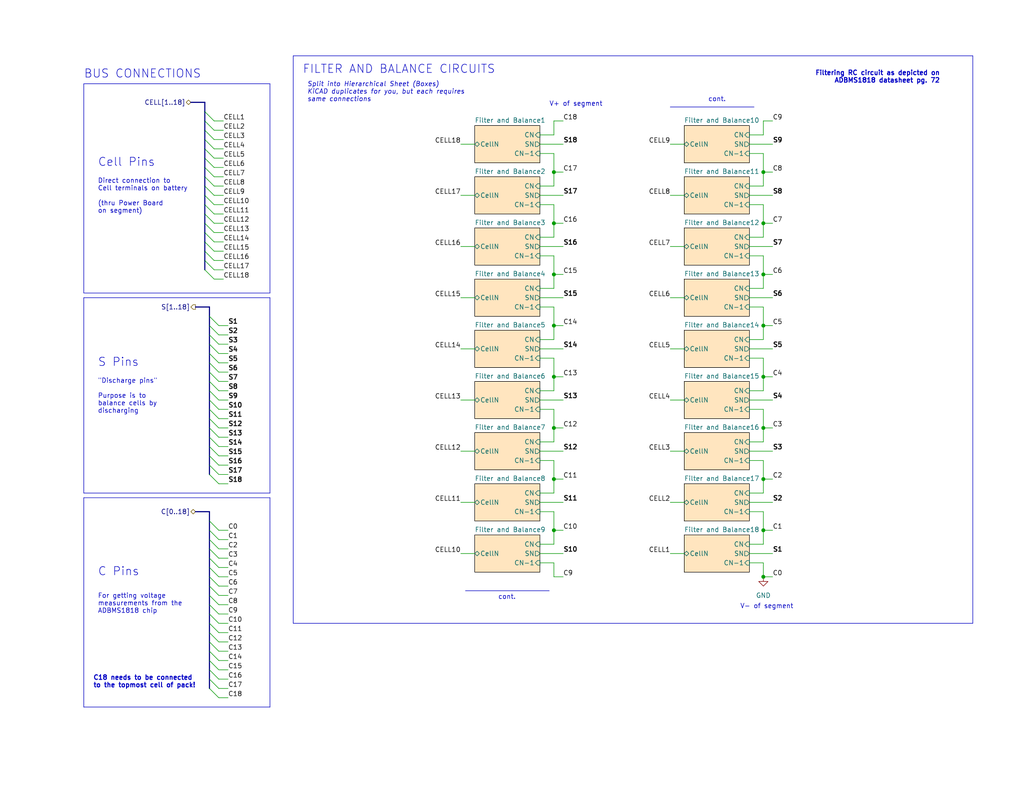
<source format=kicad_sch>
(kicad_sch (version 20250114) (generator "eeschema") (generator_version "9.0")
  (paper "A")
  (title_block (title "MkVI BMS Cell Supervisory Circuit") (date "2022-12-04") (rev "0") (company "Olin Electric Motorsports"))
  (lib_symbols
    (symbol "power:GND" (power) (pin_names (offset 0))
      (property "Value" "GND" (at 0 -3.81 0))
      (symbol "GND_0_1"
        (polyline (pts (xy 0 0) (xy 0 -1.27) (xy 1.27 -1.27) (xy 0 -2.54) (xy -1.27 -1.27) (xy 0 -1.27)))
      )
      (symbol "GND_1_1"
        (pin power_in line (at 0 0 270) (length 0) (hide yes) (name "GND") (number "1"))
      )
    )
  )
  (text "BUS CONNECTIONS" (at 22.86 21.59 0) (effects (font (size 2.2606 2.2606)) (justify left bottom)))
  (text "C18 needs to be connected\nto the topmost cell of pack!" (at 25.4 187.96 0) (effects (font (size 1.27 1.27) (thickness 0.254) (bold yes)) (justify left bottom)))
  (text "For getting voltage\nmeasurements from the\nADBMS1818 chip" (at 26.67 167.64 0) (effects (font (size 1.27 1.27)) (justify left bottom)))
  (text "cont." (at 135.89 163.83 0) (effects (font (size 1.27 1.27)) (justify left bottom)))
  (text "Cell Pins" (at 26.67 45.72 0) (effects (font (size 2.2606 2.2606)) (justify left bottom)))
  (text "Direct connection to\nCell terminals on battery\n\n(thru Power Board\non segment)" (at 26.67 58.42 0) (effects (font (size 1.27 1.27)) (justify left bottom)))
  (text "cont." (at 198.12 27.94 0) (effects (font (size 1.27 1.27)) (justify right bottom)))
  (text "C Pins" (at 26.67 157.48 0) (effects (font (size 2.2606 2.2606)) (justify left bottom)))
  (text "V+ of segment" (at 149.86 29.21 0) (effects (font (size 1.27 1.27)) (justify left bottom)))
  (text "Filtering RC circuit as depicted on\nADBMS1818 datasheet pg. 72" (at 256.54 22.86 0) (effects (font (size 1.27 1.27) (thickness 0.254) (bold yes)) (justify right bottom)))
  (text "V- of segment" (at 201.93 166.37 0) (effects (font (size 1.27 1.27)) (justify left bottom)))
  (text "FILTER AND BALANCE CIRCUITS" (at 82.55 20.32 0) (effects (font (size 2.2606 2.2606)) (justify left bottom)))
  (text "S Pins" (at 26.67 100.33 0) (effects (font (size 2.2606 2.2606)) (justify left bottom)))
  (text "\"Discharge pins\"\n\nPurpose is to\nbalance cells by\ndischarging" (at 26.67 113.03 0) (effects (font (size 1.27 1.27)) (justify left bottom)))
  (text "Split into Hierarchical Sheet (Boxes)\nKiCAD duplicates for you, but each requires\nsame connections" (at 83.82 27.94 0) (effects (font (size 1.27 1.27) (italic yes)) (justify left bottom)))
  (junction (at 208.28 157.48))
  (junction (at 151.13 116.84))
  (junction (at 208.28 88.9))
  (junction (at 208.28 74.93))
  (junction (at 208.28 46.99))
  (junction (at 151.13 88.9))
  (junction (at 151.13 102.87))
  (junction (at 208.28 116.84))
  (junction (at 151.13 130.81))
  (junction (at 151.13 46.99))
  (junction (at 208.28 102.87))
  (junction (at 151.13 144.78))
  (junction (at 208.28 60.96))
  (junction (at 151.13 74.93))
  (junction (at 151.13 60.96))
  (junction (at 208.28 130.81))
  (junction (at 208.28 144.78))
  (bus_entry (at 55.88 50.8) (size 2.54 2.54))
  (bus_entry (at 57.15 185.42) (size 2.54 2.54))
  (bus_entry (at 57.15 172.72) (size 2.54 2.54))
  (bus_entry (at 57.15 147.32) (size 2.54 2.54))
  (bus_entry (at 57.15 96.52) (size 2.54 2.54))
  (bus_entry (at 57.15 170.18) (size 2.54 2.54))
  (bus_entry (at 55.88 68.58) (size 2.54 2.54))
  (bus_entry (at 57.15 149.86) (size 2.54 2.54))
  (bus_entry (at 57.15 93.98) (size 2.54 2.54))
  (bus_entry (at 55.88 55.88) (size 2.54 2.54))
  (bus_entry (at 57.15 182.88) (size 2.54 2.54))
  (bus_entry (at 55.88 58.42) (size 2.54 2.54))
  (bus_entry (at 57.15 144.78) (size 2.54 2.54))
  (bus_entry (at 57.15 124.46) (size 2.54 2.54))
  (bus_entry (at 57.15 116.84) (size 2.54 2.54))
  (bus_entry (at 55.88 40.64) (size 2.54 2.54))
  (bus_entry (at 57.15 154.94) (size 2.54 2.54))
  (bus_entry (at 55.88 45.72) (size 2.54 2.54))
  (bus_entry (at 57.15 106.68) (size 2.54 2.54))
  (bus_entry (at 55.88 73.66) (size 2.54 2.54))
  (bus_entry (at 57.15 180.34) (size 2.54 2.54))
  (bus_entry (at 57.15 99.06) (size 2.54 2.54))
  (bus_entry (at 55.88 35.56) (size 2.54 2.54))
  (bus_entry (at 57.15 187.96) (size 2.54 2.54))
  (bus_entry (at 57.15 88.9) (size 2.54 2.54))
  (bus_entry (at 57.15 121.92) (size 2.54 2.54))
  (bus_entry (at 55.88 48.26) (size 2.54 2.54))
  (bus_entry (at 55.88 43.18) (size 2.54 2.54))
  (bus_entry (at 57.15 152.4) (size 2.54 2.54))
  (bus_entry (at 57.15 109.22) (size 2.54 2.54))
  (bus_entry (at 57.15 175.26) (size 2.54 2.54))
  (bus_entry (at 55.88 33.02) (size 2.54 2.54))
  (bus_entry (at 57.15 167.64) (size 2.54 2.54))
  (bus_entry (at 55.88 30.48) (size 2.54 2.54))
  (bus_entry (at 57.15 162.56) (size 2.54 2.54))
  (bus_entry (at 57.15 86.36) (size 2.54 2.54))
  (bus_entry (at 57.15 165.1) (size 2.54 2.54))
  (bus_entry (at 57.15 119.38) (size 2.54 2.54))
  (bus_entry (at 57.15 129.54) (size 2.54 2.54))
  (bus_entry (at 57.15 111.76) (size 2.54 2.54))
  (bus_entry (at 57.15 127) (size 2.54 2.54))
  (bus_entry (at 57.15 101.6) (size 2.54 2.54))
  (bus_entry (at 57.15 177.8) (size 2.54 2.54))
  (bus_entry (at 55.88 38.1) (size 2.54 2.54))
  (bus_entry (at 57.15 157.48) (size 2.54 2.54))
  (bus_entry (at 57.15 114.3) (size 2.54 2.54))
  (bus_entry (at 55.88 60.96) (size 2.54 2.54))
  (bus_entry (at 55.88 53.34) (size 2.54 2.54))
  (bus_entry (at 55.88 71.12) (size 2.54 2.54))
  (bus_entry (at 57.15 104.14) (size 2.54 2.54))
  (bus_entry (at 57.15 160.02) (size 2.54 2.54))
  (bus_entry (at 55.88 66.04) (size 2.54 2.54))
  (bus_entry (at 55.88 63.5) (size 2.54 2.54))
  (bus_entry (at 57.15 91.44) (size 2.54 2.54))
  (bus_entry (at 57.15 142.24) (size 2.54 2.54))
  (wire (pts (xy 186.69 137.16) (xy 182.88 137.16)))
  (bus (pts (xy 57.15 109.22) (xy 57.15 111.76)))
  (bus (pts (xy 57.15 104.14) (xy 57.15 106.68)))
  (wire (pts (xy 147.32 69.85) (xy 151.13 69.85)))
  (wire (pts (xy 59.69 116.84) (xy 62.23 116.84)))
  (wire (pts (xy 58.42 45.72) (xy 60.96 45.72)))
  (bus (pts (xy 57.15 99.06) (xy 57.15 101.6)))
  (wire (pts (xy 59.69 182.88) (xy 62.23 182.88)))
  (wire (pts (xy 204.47 151.13) (xy 210.82 151.13)))
  (bus (pts (xy 55.88 50.8) (xy 55.88 53.34)))
  (bus (pts (xy 57.15 175.26) (xy 57.15 177.8)))
  (wire (pts (xy 59.69 132.08) (xy 62.23 132.08)))
  (bus (pts (xy 57.15 149.86) (xy 57.15 152.4)))
  (wire (pts (xy 151.13 41.91) (xy 147.32 41.91)))
  (wire (pts (xy 59.69 104.14) (xy 62.23 104.14)))
  (bus (pts (xy 57.15 96.52) (xy 57.15 99.06)))
  (polyline (pts (xy 22.86 135.89) (xy 73.66 135.89)))
  (wire (pts (xy 151.13 106.68) (xy 147.32 106.68)))
  (wire (pts (xy 186.69 39.37) (xy 182.88 39.37)))
  (wire (pts (xy 151.13 111.76) (xy 151.13 116.84)))
  (wire (pts (xy 151.13 130.81) (xy 153.67 130.81)))
  (wire (pts (xy 204.47 53.34) (xy 210.82 53.34)))
  (bus (pts (xy 57.15 154.94) (xy 57.15 157.48)))
  (polyline (pts (xy 127 161.29) (xy 149.86 161.29)))
  (wire (pts (xy 129.54 109.22) (xy 125.73 109.22)))
  (wire (pts (xy 208.28 55.88) (xy 208.28 60.96)))
  (wire (pts (xy 129.54 39.37) (xy 125.73 39.37)))
  (wire (pts (xy 208.28 116.84) (xy 210.82 116.84)))
  (wire (pts (xy 151.13 60.96) (xy 151.13 55.88)))
  (bus (pts (xy 57.15 91.44) (xy 57.15 93.98)))
  (bus (pts (xy 55.88 40.64) (xy 55.88 43.18)))
  (wire (pts (xy 151.13 125.73) (xy 151.13 130.81)))
  (bus (pts (xy 55.88 35.56) (xy 55.88 38.1)))
  (bus (pts (xy 55.88 68.58) (xy 55.88 71.12)))
  (wire (pts (xy 58.42 33.02) (xy 60.96 33.02)))
  (bus (pts (xy 57.15 160.02) (xy 57.15 162.56)))
  (bus (pts (xy 57.15 119.38) (xy 57.15 121.92)))
  (bus (pts (xy 53.34 83.82) (xy 57.15 83.82)))
  (wire (pts (xy 208.28 102.87) (xy 208.28 106.68)))
  (wire (pts (xy 186.69 53.34) (xy 182.88 53.34)))
  (wire (pts (xy 204.47 69.85) (xy 208.28 69.85)))
  (bus (pts (xy 57.15 88.9) (xy 57.15 91.44)))
  (bus (pts (xy 57.15 144.78) (xy 57.15 147.32)))
  (polyline (pts (xy 80.01 170.18) (xy 265.43 170.18)))
  (wire (pts (xy 151.13 148.59) (xy 147.32 148.59)))
  (wire (pts (xy 58.42 60.96) (xy 60.96 60.96)))
  (wire (pts (xy 59.69 99.06) (xy 62.23 99.06)))
  (wire (pts (xy 204.47 81.28) (xy 210.82 81.28)))
  (wire (pts (xy 147.32 81.28) (xy 153.67 81.28)))
  (wire (pts (xy 151.13 120.65) (xy 147.32 120.65)))
  (wire (pts (xy 208.28 139.7) (xy 208.28 144.78)))
  (bus (pts (xy 57.15 139.7) (xy 57.15 142.24)))
  (wire (pts (xy 147.32 111.76) (xy 151.13 111.76)))
  (wire (pts (xy 208.28 69.85) (xy 208.28 74.93)))
  (wire (pts (xy 151.13 92.71) (xy 151.13 88.9)))
  (wire (pts (xy 204.47 83.82) (xy 208.28 83.82)))
  (bus (pts (xy 55.88 63.5) (xy 55.88 66.04)))
  (wire (pts (xy 147.32 64.77) (xy 151.13 64.77)))
  (bus (pts (xy 55.88 71.12) (xy 55.88 73.66)))
  (wire (pts (xy 186.69 109.22) (xy 182.88 109.22)))
  (wire (pts (xy 151.13 74.93) (xy 151.13 78.74)))
  (wire (pts (xy 151.13 46.99) (xy 151.13 50.8)))
  (polyline (pts (xy 22.86 81.28) (xy 73.66 81.28)))
  (bus (pts (xy 57.15 162.56) (xy 57.15 165.1)))
  (wire (pts (xy 59.69 175.26) (xy 62.23 175.26)))
  (wire (pts (xy 208.28 92.71) (xy 204.47 92.71)))
  (wire (pts (xy 59.69 96.52) (xy 62.23 96.52)))
  (bus (pts (xy 57.15 86.36) (xy 57.15 88.9)))
  (wire (pts (xy 59.69 154.94) (xy 62.23 154.94)))
  (bus (pts (xy 55.88 45.72) (xy 55.88 48.26)))
  (wire (pts (xy 204.47 120.65) (xy 208.28 120.65)))
  (wire (pts (xy 59.69 160.02) (xy 62.23 160.02)))
  (polyline (pts (xy 22.86 22.86) (xy 73.66 22.86)))
  (bus (pts (xy 57.15 93.98) (xy 57.15 96.52)))
  (wire (pts (xy 147.32 137.16) (xy 153.67 137.16)))
  (wire (pts (xy 58.42 35.56) (xy 60.96 35.56)))
  (wire (pts (xy 208.28 33.02) (xy 210.82 33.02)))
  (wire (pts (xy 204.47 67.31) (xy 210.82 67.31)))
  (wire (pts (xy 151.13 46.99) (xy 153.67 46.99)))
  (bus (pts (xy 57.15 152.4) (xy 57.15 154.94)))
  (wire (pts (xy 59.69 177.8) (xy 62.23 177.8)))
  (wire (pts (xy 58.42 50.8) (xy 60.96 50.8)))
  (wire (pts (xy 59.69 109.22) (xy 62.23 109.22)))
  (bus (pts (xy 55.88 27.94) (xy 55.88 30.48)))
  (wire (pts (xy 208.28 78.74) (xy 204.47 78.74)))
  (wire (pts (xy 129.54 81.28) (xy 125.73 81.28)))
  (wire (pts (xy 204.47 123.19) (xy 210.82 123.19)))
  (polyline (pts (xy 22.86 81.28) (xy 22.86 134.62)))
  (wire (pts (xy 204.47 125.73) (xy 208.28 125.73)))
  (wire (pts (xy 59.69 165.1) (xy 62.23 165.1)))
  (wire (pts (xy 208.28 144.78) (xy 210.82 144.78)))
  (wire (pts (xy 59.69 162.56) (xy 62.23 162.56)))
  (wire (pts (xy 59.69 106.68) (xy 62.23 106.68)))
  (wire (pts (xy 186.69 123.19) (xy 182.88 123.19)))
  (wire (pts (xy 59.69 147.32) (xy 62.23 147.32)))
  (wire (pts (xy 58.42 48.26) (xy 60.96 48.26)))
  (wire (pts (xy 147.32 39.37) (xy 153.67 39.37)))
  (wire (pts (xy 151.13 69.85) (xy 151.13 74.93)))
  (wire (pts (xy 208.28 64.77) (xy 204.47 64.77)))
  (wire (pts (xy 59.69 152.4) (xy 62.23 152.4)))
  (wire (pts (xy 59.69 167.64) (xy 62.23 167.64)))
  (wire (pts (xy 147.32 67.31) (xy 153.67 67.31)))
  (polyline (pts (xy 22.86 22.86) (xy 22.86 80.01)))
  (wire (pts (xy 208.28 111.76) (xy 204.47 111.76)))
  (wire (pts (xy 186.69 67.31) (xy 182.88 67.31)))
  (wire (pts (xy 208.28 125.73) (xy 208.28 130.81)))
  (wire (pts (xy 147.32 50.8) (xy 151.13 50.8)))
  (wire (pts (xy 208.28 153.67) (xy 208.28 157.48)))
  (wire (pts (xy 204.47 55.88) (xy 208.28 55.88)))
  (bus (pts (xy 57.15 101.6) (xy 57.15 104.14)))
  (bus (pts (xy 57.15 116.84) (xy 57.15 119.38)))
  (wire (pts (xy 147.32 109.22) (xy 153.67 109.22)))
  (wire (pts (xy 58.42 73.66) (xy 60.96 73.66)))
  (bus (pts (xy 55.88 66.04) (xy 55.88 68.58)))
  (wire (pts (xy 129.54 137.16) (xy 125.73 137.16)))
  (wire (pts (xy 153.67 33.02) (xy 151.13 33.02)))
  (wire (pts (xy 208.28 97.79) (xy 208.28 102.87)))
  (bus (pts (xy 57.15 121.92) (xy 57.15 124.46)))
  (wire (pts (xy 58.42 63.5) (xy 60.96 63.5)))
  (bus (pts (xy 57.15 172.72) (xy 57.15 175.26)))
  (wire (pts (xy 208.28 144.78) (xy 208.28 148.59)))
  (wire (pts (xy 208.28 74.93) (xy 210.82 74.93)))
  (wire (pts (xy 59.69 170.18) (xy 62.23 170.18)))
  (bus (pts (xy 57.15 127) (xy 57.15 129.54)))
  (bus (pts (xy 57.15 165.1) (xy 57.15 167.64)))
  (wire (pts (xy 58.42 71.12) (xy 60.96 71.12)))
  (wire (pts (xy 151.13 83.82) (xy 147.32 83.82)))
  (wire (pts (xy 208.28 120.65) (xy 208.28 116.84)))
  (wire (pts (xy 59.69 190.5) (xy 62.23 190.5)))
  (polyline (pts (xy 73.66 193.04) (xy 22.86 193.04)))
  (bus (pts (xy 57.15 170.18) (xy 57.15 172.72)))
  (bus (pts (xy 57.15 180.34) (xy 57.15 182.88)))
  (wire (pts (xy 151.13 64.77) (xy 151.13 60.96)))
  (polyline (pts (xy 73.66 80.01) (xy 22.86 80.01)))
  (wire (pts (xy 208.28 33.02) (xy 208.28 36.83)))
  (wire (pts (xy 204.47 139.7) (xy 208.28 139.7)))
  (wire (pts (xy 147.32 95.25) (xy 153.67 95.25)))
  (wire (pts (xy 129.54 123.19) (xy 125.73 123.19)))
  (wire (pts (xy 58.42 68.58) (xy 60.96 68.58)))
  (wire (pts (xy 208.28 130.81) (xy 208.28 134.62)))
  (wire (pts (xy 204.47 97.79) (xy 208.28 97.79)))
  (bus (pts (xy 55.88 38.1) (xy 55.88 40.64)))
  (wire (pts (xy 59.69 121.92) (xy 62.23 121.92)))
  (wire (pts (xy 151.13 46.99) (xy 151.13 41.91)))
  (bus (pts (xy 52.07 27.94) (xy 55.88 27.94)))
  (wire (pts (xy 147.32 92.71) (xy 151.13 92.71)))
  (wire (pts (xy 59.69 149.86) (xy 62.23 149.86)))
  (wire (pts (xy 151.13 116.84) (xy 153.67 116.84)))
  (bus (pts (xy 55.88 60.96) (xy 55.88 63.5)))
  (wire (pts (xy 58.42 38.1) (xy 60.96 38.1)))
  (wire (pts (xy 208.28 60.96) (xy 208.28 64.77)))
  (wire (pts (xy 59.69 127) (xy 62.23 127)))
  (wire (pts (xy 58.42 76.2) (xy 60.96 76.2)))
  (wire (pts (xy 204.47 41.91) (xy 208.28 41.91)))
  (bus (pts (xy 55.88 43.18) (xy 55.88 45.72)))
  (wire (pts (xy 208.28 60.96) (xy 210.82 60.96)))
  (wire (pts (xy 58.42 53.34) (xy 60.96 53.34)))
  (wire (pts (xy 151.13 78.74) (xy 147.32 78.74)))
  (bus (pts (xy 55.88 55.88) (xy 55.88 58.42)))
  (bus (pts (xy 53.34 139.7) (xy 57.15 139.7)))
  (wire (pts (xy 208.28 50.8) (xy 204.47 50.8)))
  (wire (pts (xy 204.47 153.67) (xy 208.28 153.67)))
  (wire (pts (xy 58.42 58.42) (xy 60.96 58.42)))
  (wire (pts (xy 208.28 134.62) (xy 204.47 134.62)))
  (wire (pts (xy 208.28 83.82) (xy 208.28 88.9)))
  (wire (pts (xy 58.42 66.04) (xy 60.96 66.04)))
  (bus (pts (xy 55.88 48.26) (xy 55.88 50.8)))
  (wire (pts (xy 151.13 74.93) (xy 153.67 74.93)))
  (wire (pts (xy 129.54 151.13) (xy 125.73 151.13)))
  (wire (pts (xy 59.69 187.96) (xy 62.23 187.96)))
  (polyline (pts (xy 73.66 22.86) (xy 73.66 80.01)))
  (wire (pts (xy 186.69 151.13) (xy 182.88 151.13)))
  (wire (pts (xy 208.28 41.91) (xy 208.28 46.99)))
  (wire (pts (xy 59.69 88.9) (xy 62.23 88.9)))
  (wire (pts (xy 147.32 139.7) (xy 151.13 139.7)))
  (wire (pts (xy 151.13 36.83) (xy 147.32 36.83)))
  (wire (pts (xy 208.28 74.93) (xy 208.28 78.74)))
  (bus (pts (xy 55.88 30.48) (xy 55.88 33.02)))
  (wire (pts (xy 147.32 53.34) (xy 153.67 53.34)))
  (bus (pts (xy 55.88 53.34) (xy 55.88 55.88)))
  (wire (pts (xy 59.69 157.48) (xy 62.23 157.48)))
  (wire (pts (xy 208.28 46.99) (xy 210.82 46.99)))
  (polyline (pts (xy 265.43 170.18) (xy 265.43 15.24)))
  (wire (pts (xy 204.47 95.25) (xy 210.82 95.25)))
  (polyline (pts (xy 73.66 81.28) (xy 73.66 134.62)))
  (wire (pts (xy 59.69 119.38) (xy 62.23 119.38)))
  (wire (pts (xy 129.54 95.25) (xy 125.73 95.25)))
  (polyline (pts (xy 80.01 15.24) (xy 80.01 170.18)))
  (wire (pts (xy 58.42 43.18) (xy 60.96 43.18)))
  (wire (pts (xy 151.13 55.88) (xy 147.32 55.88)))
  (wire (pts (xy 59.69 93.98) (xy 62.23 93.98)))
  (wire (pts (xy 59.69 185.42) (xy 62.23 185.42)))
  (bus (pts (xy 55.88 58.42) (xy 55.88 60.96)))
  (bus (pts (xy 57.15 114.3) (xy 57.15 116.84)))
  (wire (pts (xy 58.42 40.64) (xy 60.96 40.64)))
  (wire (pts (xy 151.13 97.79) (xy 151.13 102.87)))
  (wire (pts (xy 147.32 151.13) (xy 153.67 151.13)))
  (bus (pts (xy 57.15 167.64) (xy 57.15 170.18)))
  (bus (pts (xy 57.15 106.68) (xy 57.15 109.22)))
  (wire (pts (xy 151.13 139.7) (xy 151.13 144.78)))
  (bus (pts (xy 57.15 124.46) (xy 57.15 127)))
  (wire (pts (xy 59.69 124.46) (xy 62.23 124.46)))
  (wire (pts (xy 208.28 116.84) (xy 208.28 111.76)))
  (wire (pts (xy 147.32 153.67) (xy 151.13 153.67)))
  (bus (pts (xy 55.88 33.02) (xy 55.88 35.56)))
  (wire (pts (xy 151.13 116.84) (xy 151.13 120.65)))
  (polyline (pts (xy 205.74 29.21) (xy 182.88 29.21)))
  (polyline (pts (xy 73.66 134.62) (xy 22.86 134.62)))
  (bus (pts (xy 57.15 177.8) (xy 57.15 180.34)))
  (wire (pts (xy 59.69 172.72) (xy 62.23 172.72)))
  (bus (pts (xy 57.15 157.48) (xy 57.15 160.02)))
  (wire (pts (xy 59.69 144.78) (xy 62.23 144.78)))
  (wire (pts (xy 59.69 111.76) (xy 62.23 111.76)))
  (wire (pts (xy 208.28 130.81) (xy 210.82 130.81)))
  (bus (pts (xy 57.15 185.42) (xy 57.15 187.96)))
  (wire (pts (xy 204.47 36.83) (xy 208.28 36.83)))
  (wire (pts (xy 147.32 125.73) (xy 151.13 125.73)))
  (wire (pts (xy 59.69 101.6) (xy 62.23 101.6)))
  (wire (pts (xy 59.69 114.3) (xy 62.23 114.3)))
  (bus (pts (xy 57.15 83.82) (xy 57.15 86.36)))
  (wire (pts (xy 59.69 91.44) (xy 62.23 91.44)))
  (wire (pts (xy 208.28 157.48) (xy 210.82 157.48)))
  (wire (pts (xy 147.32 97.79) (xy 151.13 97.79)))
  (wire (pts (xy 208.28 148.59) (xy 204.47 148.59)))
  (wire (pts (xy 208.28 106.68) (xy 204.47 106.68)))
  (wire (pts (xy 129.54 67.31) (xy 125.73 67.31)))
  (wire (pts (xy 151.13 130.81) (xy 151.13 134.62)))
  (wire (pts (xy 186.69 95.25) (xy 182.88 95.25)))
  (wire (pts (xy 208.28 88.9) (xy 210.82 88.9)))
  (wire (pts (xy 59.69 129.54) (xy 62.23 129.54)))
  (wire (pts (xy 151.13 102.87) (xy 153.67 102.87)))
  (wire (pts (xy 151.13 88.9) (xy 153.67 88.9)))
  (bus (pts (xy 57.15 147.32) (xy 57.15 149.86)))
  (wire (pts (xy 59.69 180.34) (xy 62.23 180.34)))
  (wire (pts (xy 204.47 109.22) (xy 210.82 109.22)))
  (wire (pts (xy 208.28 46.99) (xy 208.28 50.8)))
  (wire (pts (xy 151.13 33.02) (xy 151.13 36.83)))
  (wire (pts (xy 151.13 102.87) (xy 151.13 106.68)))
  (wire (pts (xy 151.13 60.96) (xy 153.67 60.96)))
  (wire (pts (xy 151.13 144.78) (xy 151.13 148.59)))
  (wire (pts (xy 204.47 137.16) (xy 210.82 137.16)))
  (bus (pts (xy 57.15 182.88) (xy 57.15 185.42)))
  (wire (pts (xy 208.28 88.9) (xy 208.28 92.71)))
  (wire (pts (xy 129.54 53.34) (xy 125.73 53.34)))
  (polyline (pts (xy 22.86 135.89) (xy 22.86 193.04)))
  (wire (pts (xy 147.32 123.19) (xy 153.67 123.19)))
  (bus (pts (xy 57.15 111.76) (xy 57.15 114.3)))
  (polyline (pts (xy 265.43 15.24) (xy 80.01 15.24)))
  (bus (pts (xy 57.15 142.24) (xy 57.15 144.78)))
  (wire (pts (xy 151.13 153.67) (xy 151.13 157.48)))
  (wire (pts (xy 208.28 102.87) (xy 210.82 102.87)))
  (wire (pts (xy 151.13 144.78) (xy 153.67 144.78)))
  (wire (pts (xy 151.13 134.62) (xy 147.32 134.62)))
  (wire (pts (xy 151.13 88.9) (xy 151.13 83.82)))
  (wire (pts (xy 58.42 55.88) (xy 60.96 55.88)))
  (wire (pts (xy 151.13 157.48) (xy 153.67 157.48)))
  (wire (pts (xy 186.69 81.28) (xy 182.88 81.28)))
  (polyline (pts (xy 73.66 135.89) (xy 73.66 193.04)))
  (wire (pts (xy 204.47 39.37) (xy 210.82 39.37)))
  (label "C9" (at 62.23 167.64 0))
  (label "S12" (at 153.67 123.19 0) (effects (font (thickness 0.254) (bold yes))))
  (label "CELL16" (at 125.73 67.31 180))
  (label "CELL8" (at 60.96 50.8 0))
  (label "S5" (at 62.23 99.06 0) (effects (font (thickness 0.254) (bold yes))))
  (label "C3" (at 210.82 116.84 0))
  (label "CELL16" (at 60.96 71.12 0))
  (label "S11" (at 153.67 137.16 0) (effects (font (thickness 0.254) (bold yes))))
  (label "C18" (at 153.67 33.02 0))
  (label "C16" (at 153.67 60.96 0))
  (label "S13" (at 62.23 119.38 0) (effects (font (thickness 0.254) (bold yes))))
  (label "CELL6" (at 182.88 81.28 180))
  (label "S18" (at 62.23 132.08 0) (effects (font (thickness 0.254) (bold yes))))
  (label "S8" (at 210.82 53.34 0) (effects (font (thickness 0.254) (bold yes))))
  (label "CELL3" (at 182.88 123.19 180))
  (label "CELL10" (at 60.96 55.88 0))
  (label "CELL10" (at 125.73 151.13 180))
  (label "S10" (at 153.67 151.13 0) (effects (font (thickness 0.254) (bold yes))))
  (label "S9" (at 62.23 109.22 0) (effects (font (thickness 0.254) (bold yes))))
  (label "CELL5" (at 60.96 43.18 0))
  (label "C7" (at 210.82 60.96 0))
  (label "CELL12" (at 60.96 60.96 0))
  (label "CELL13" (at 60.96 63.5 0))
  (label "C10" (at 153.67 144.78 0))
  (label "C6" (at 210.82 74.93 0))
  (label "C2" (at 210.82 130.81 0))
  (label "C11" (at 62.23 172.72 0))
  (label "S1" (at 210.82 151.13 0) (effects (font (thickness 0.254) (bold yes))))
  (label "C15" (at 62.23 182.88 0))
  (label "S3" (at 210.82 123.19 0) (effects (font (thickness 0.254) (bold yes))))
  (label "CELL7" (at 60.96 48.26 0))
  (label "C10" (at 62.23 170.18 0))
  (label "C13" (at 62.23 177.8 0))
  (label "S4" (at 210.82 109.22 0) (effects (font (thickness 0.254) (bold yes))))
  (label "CELL15" (at 60.96 68.58 0))
  (label "C11" (at 153.67 130.81 0))
  (label "C6" (at 62.23 160.02 0))
  (label "C17" (at 153.67 46.99 0))
  (label "CELL2" (at 182.88 137.16 180))
  (label "C8" (at 210.82 46.99 0))
  (label "S16" (at 62.23 127 0) (effects (font (thickness 0.254) (bold yes))))
  (label "C13" (at 153.67 102.87 0))
  (label "C12" (at 153.67 116.84 0))
  (label "S16" (at 153.67 67.31 0) (effects (font (thickness 0.254) (bold yes))))
  (label "S17" (at 153.67 53.34 0) (effects (font (thickness 0.254) (bold yes))))
  (label "S2" (at 210.82 137.16 0) (effects (font (thickness 0.254) (bold yes))))
  (label "S4" (at 62.23 96.52 0) (effects (font (thickness 0.254) (bold yes))))
  (label "C0" (at 210.82 157.48 0))
  (label "S8" (at 62.23 106.68 0) (effects (font (thickness 0.254) (bold yes))))
  (label "C15" (at 153.67 74.93 0))
  (label "S12" (at 62.23 116.84 0) (effects (font (thickness 0.254) (bold yes))))
  (label "CELL18" (at 60.96 76.2 0))
  (label "S7" (at 62.23 104.14 0) (effects (font (thickness 0.254) (bold yes))))
  (label "S18" (at 153.67 39.37 0) (effects (font (thickness 0.254) (bold yes))))
  (label "C8" (at 62.23 165.1 0))
  (label "S11" (at 62.23 114.3 0) (effects (font (thickness 0.254) (bold yes))))
  (label "CELL9" (at 60.96 53.34 0))
  (label "C5" (at 210.82 88.9 0))
  (label "CELL11" (at 60.96 58.42 0))
  (label "S1" (at 62.23 88.9 0) (effects (font (thickness 0.254) (bold yes))))
  (label "CELL12" (at 125.73 123.19 180))
  (label "C4" (at 210.82 102.87 0))
  (label "C4" (at 62.23 154.94 0))
  (label "CELL11" (at 125.73 137.16 180))
  (label "CELL4" (at 182.88 109.22 180))
  (label "S5" (at 210.82 95.25 0) (effects (font (thickness 0.254) (bold yes))))
  (label "CELL14" (at 125.73 95.25 180))
  (label "S2" (at 62.23 91.44 0) (effects (font (thickness 0.254) (bold yes))))
  (label "S3" (at 62.23 93.98 0) (effects (font (thickness 0.254) (bold yes))))
  (label "C16" (at 62.23 185.42 0))
  (label "C7" (at 62.23 162.56 0))
  (label "CELL15" (at 125.73 81.28 180))
  (label "C1" (at 210.82 144.78 0))
  (label "CELL18" (at 125.73 39.37 180))
  (label "S13" (at 153.67 109.22 0) (effects (font (thickness 0.254) (bold yes))))
  (label "CELL1" (at 182.88 151.13 180))
  (label "CELL9" (at 182.88 39.37 180))
  (label "CELL6" (at 60.96 45.72 0))
  (label "C14" (at 153.67 88.9 0))
  (label "S6" (at 62.23 101.6 0) (effects (font (thickness 0.254) (bold yes))))
  (label "CELL1" (at 60.96 33.02 0))
  (label "CELL13" (at 125.73 109.22 180))
  (label "C2" (at 62.23 149.86 0))
  (label "S14" (at 153.67 95.25 0) (effects (font (thickness 0.254) (bold yes))))
  (label "CELL17" (at 60.96 73.66 0))
  (label "S6" (at 210.82 81.28 0) (effects (font (thickness 0.254) (bold yes))))
  (label "C0" (at 62.23 144.78 0))
  (label "CELL4" (at 60.96 40.64 0))
  (label "CELL3" (at 60.96 38.1 0))
  (label "CELL7" (at 182.88 67.31 180))
  (label "CELL2" (at 60.96 35.56 0))
  (label "S7" (at 210.82 67.31 0) (effects (font (thickness 0.254) (bold yes))))
  (label "C5" (at 62.23 157.48 0))
  (label "S14" (at 62.23 121.92 0) (effects (font (thickness 0.254) (bold yes))))
  (label "C9" (at 210.82 33.02 0))
  (label "S17" (at 62.23 129.54 0) (effects (font (thickness 0.254) (bold yes))))
  (label "C9" (at 153.67 157.48 0))
  (label "CELL8" (at 182.88 53.34 180))
  (label "S9" (at 210.82 39.37 0) (effects (font (thickness 0.254) (bold yes))))
  (label "S10" (at 62.23 111.76 0) (effects (font (thickness 0.254) (bold yes))))
  (label "CELL14" (at 60.96 66.04 0))
  (label "CELL5" (at 182.88 95.25 180))
  (label "C14" (at 62.23 180.34 0))
  (label "C18" (at 62.23 190.5 0))
  (label "C12" (at 62.23 175.26 0))
  (label "CELL17" (at 125.73 53.34 180))
  (label "S15" (at 153.67 81.28 0) (effects (font (thickness 0.254) (bold yes))))
  (label "S15" (at 62.23 124.46 0) (effects (font (thickness 0.254) (bold yes))))
  (label "C1" (at 62.23 147.32 0))
  (label "C3" (at 62.23 152.4 0))
  (label "C17" (at 62.23 187.96 0))
  (hierarchical_label "C[0..18]" (shape bidirectional) (at 53.34 139.7 180))
  (hierarchical_label "CELL[1..18]" (shape bidirectional) (at 52.07 27.94 180))
  (hierarchical_label "S[1..18]" (shape output) (at 53.34 83.82 180))
  (symbol (lib_id "power:GND") (at 208.28 157.48 0) (unit 1)
    (property "Reference" "#PWR?" (effects (hide yes)))
    (property "Value" "GND" (at 208.28 162.56 0))
  )
  (sheet (at 186.69 62.23) (size 17.78 10.16) (stroke (width 0.1524) (color 0 0 0 1)) (fill (color 255 229 191 1.0000))
    (property "Sheetname" "Filter and Balance12" (at 186.69 61.5184 0) (effects (justify left bottom)))
    (property "Sheetfile" "filter-balance.kicad_sch" (effects (hide yes)))
    (pin "CN-1" input (at 204.47 69.85 0))
    (pin "SN" output (at 204.47 67.31 0))
    (pin "CN" input (at 204.47 64.77 0))
    (pin "CellN" bidirectional (at 186.69 67.31 180))
  )
  (sheet (at 186.69 104.14) (size 17.78 10.16) (stroke (width 0.1524) (color 0 0 0 1)) (fill (color 255 229 191 1.0000))
    (property "Sheetname" "Filter and Balance15" (at 186.69 103.4284 0) (effects (justify left bottom)))
    (property "Sheetfile" "filter-balance.kicad_sch" (effects (hide yes)))
    (pin "CN-1" input (at 204.47 111.76 0))
    (pin "SN" output (at 204.47 109.22 0))
    (pin "CN" input (at 204.47 106.68 0))
    (pin "CellN" bidirectional (at 186.69 109.22 180))
  )
  (sheet (at 186.69 34.29) (size 17.78 10.16) (stroke (width 0.1524) (color 0 0 0 1)) (fill (color 255 229 191 1.0000))
    (property "Sheetname" "Filter and Balance10" (at 186.69 33.5784 0) (effects (justify left bottom)))
    (property "Sheetfile" "filter-balance.kicad_sch" (effects (hide yes)))
    (pin "CN-1" input (at 204.47 41.91 0))
    (pin "SN" output (at 204.47 39.37 0))
    (pin "CN" input (at 204.47 36.83 0))
    (pin "CellN" bidirectional (at 186.69 39.37 180))
  )
  (sheet (at 129.54 76.2) (size 17.78 10.16) (stroke (width 0.1524) (color 0 0 0 1)) (fill (color 255 229 191 1.0000))
    (property "Sheetname" "Filter and Balance4" (at 129.54 75.4884 0) (effects (justify left bottom)))
    (property "Sheetfile" "filter-balance.kicad_sch" (effects (hide yes)))
    (pin "CN-1" input (at 147.32 83.82 0))
    (pin "SN" output (at 147.32 81.28 0))
    (pin "CN" input (at 147.32 78.74 0))
    (pin "CellN" bidirectional (at 129.54 81.28 180))
  )
  (sheet (at 129.54 132.08) (size 17.78 10.16) (stroke (width 0.1524) (color 0 0 0 1)) (fill (color 255 229 191 1.0000))
    (property "Sheetname" "Filter and Balance8" (at 129.54 131.3684 0) (effects (justify left bottom)))
    (property "Sheetfile" "filter-balance.kicad_sch" (effects (hide yes)))
    (pin "CN-1" input (at 147.32 139.7 0))
    (pin "SN" output (at 147.32 137.16 0))
    (pin "CN" input (at 147.32 134.62 0))
    (pin "CellN" bidirectional (at 129.54 137.16 180))
  )
  (sheet (at 186.69 118.11) (size 17.78 10.16) (stroke (width 0.1524) (color 0 0 0 1)) (fill (color 255 229 191 1.0000))
    (property "Sheetname" "Filter and Balance16" (at 186.69 117.3984 0) (effects (justify left bottom)))
    (property "Sheetfile" "filter-balance.kicad_sch" (effects (hide yes)))
    (pin "CN-1" input (at 204.47 125.73 0))
    (pin "SN" output (at 204.47 123.19 0))
    (pin "CN" input (at 204.47 120.65 0))
    (pin "CellN" bidirectional (at 186.69 123.19 180))
  )
  (sheet (at 129.54 48.26) (size 17.78 10.16) (stroke (width 0.1524) (color 0 0 0 1)) (fill (color 255 229 191 1.0000))
    (property "Sheetname" "Filter and Balance2" (at 129.54 47.5484 0) (effects (justify left bottom)))
    (property "Sheetfile" "filter-balance.kicad_sch" (effects (hide yes)))
    (pin "CN-1" input (at 147.32 55.88 0))
    (pin "SN" output (at 147.32 53.34 0))
    (pin "CN" input (at 147.32 50.8 0))
    (pin "CellN" bidirectional (at 129.54 53.34 180))
  )
  (sheet (at 186.69 48.26) (size 17.78 10.16) (stroke (width 0.1524) (color 0 0 0 1)) (fill (color 255 229 191 1.0000))
    (property "Sheetname" "Filter and Balance11" (at 186.69 47.5484 0) (effects (justify left bottom)))
    (property "Sheetfile" "filter-balance.kicad_sch" (effects (hide yes)))
    (pin "CN-1" input (at 204.47 55.88 0))
    (pin "SN" output (at 204.47 53.34 0))
    (pin "CN" input (at 204.47 50.8 0))
    (pin "CellN" bidirectional (at 186.69 53.34 180))
  )
  (sheet (at 186.69 76.2) (size 17.78 10.16) (stroke (width 0.1524) (color 0 0 0 1)) (fill (color 255 229 191 1.0000))
    (property "Sheetname" "Filter and Balance13" (at 186.69 75.4884 0) (effects (justify left bottom)))
    (property "Sheetfile" "filter-balance.kicad_sch" (effects (hide yes)))
    (pin "CN-1" input (at 204.47 83.82 0))
    (pin "SN" output (at 204.47 81.28 0))
    (pin "CN" input (at 204.47 78.74 0))
    (pin "CellN" bidirectional (at 186.69 81.28 180))
  )
  (sheet (at 186.69 90.17) (size 17.78 10.16) (stroke (width 0.1524) (color 0 0 0 1)) (fill (color 255 229 191 1.0000))
    (property "Sheetname" "Filter and Balance14" (at 186.69 89.4584 0) (effects (justify left bottom)))
    (property "Sheetfile" "filter-balance.kicad_sch" (effects (hide yes)))
    (pin "CN-1" input (at 204.47 97.79 0))
    (pin "SN" output (at 204.47 95.25 0))
    (pin "CN" input (at 204.47 92.71 0))
    (pin "CellN" bidirectional (at 186.69 95.25 180))
  )
  (sheet (at 129.54 146.05) (size 17.78 10.16) (stroke (width 0.1524) (color 0 0 0 1)) (fill (color 255 229 191 1.0000))
    (property "Sheetname" "Filter and Balance9" (at 129.54 145.3384 0) (effects (justify left bottom)))
    (property "Sheetfile" "filter-balance.kicad_sch" (effects (hide yes)))
    (pin "CN-1" input (at 147.32 153.67 0))
    (pin "SN" output (at 147.32 151.13 0))
    (pin "CN" input (at 147.32 148.59 0))
    (pin "CellN" bidirectional (at 129.54 151.13 180))
  )
  (sheet (at 129.54 62.23) (size 17.78 10.16) (stroke (width 0.1524) (color 0 0 0 1)) (fill (color 255 229 191 1.0000))
    (property "Sheetname" "Filter and Balance3" (at 129.54 61.5184 0) (effects (justify left bottom)))
    (property "Sheetfile" "filter-balance.kicad_sch" (effects (hide yes)))
    (pin "CN-1" input (at 147.32 69.85 0))
    (pin "SN" output (at 147.32 67.31 0))
    (pin "CN" input (at 147.32 64.77 0))
    (pin "CellN" bidirectional (at 129.54 67.31 180))
  )
  (sheet (at 129.54 90.17) (size 17.78 10.16) (stroke (width 0.1524) (color 0 0 0 1)) (fill (color 255 229 191 1.0000))
    (property "Sheetname" "Filter and Balance5" (at 129.54 89.4584 0) (effects (justify left bottom)))
    (property "Sheetfile" "filter-balance.kicad_sch" (effects (hide yes)))
    (pin "CN-1" input (at 147.32 97.79 0))
    (pin "SN" output (at 147.32 95.25 0))
    (pin "CN" input (at 147.32 92.71 0))
    (pin "CellN" bidirectional (at 129.54 95.25 180))
  )
  (sheet (at 186.69 132.08) (size 17.78 10.16) (stroke (width 0.1524) (color 0 0 0 1)) (fill (color 255 229 191 1.0000))
    (property "Sheetname" "Filter and Balance17" (at 186.69 131.3684 0) (effects (justify left bottom)))
    (property "Sheetfile" "filter-balance.kicad_sch" (effects (hide yes)))
    (pin "CN-1" input (at 204.47 139.7 0))
    (pin "SN" output (at 204.47 137.16 0))
    (pin "CN" input (at 204.47 134.62 0))
    (pin "CellN" bidirectional (at 186.69 137.16 180))
  )
  (sheet (at 129.54 34.29) (size 17.78 10.16) (stroke (width 0.1524) (color 0 0 0 1)) (fill (color 255 229 191 1.0000))
    (property "Sheetname" "Filter and Balance1" (at 129.54 33.5784 0) (effects (justify left bottom)))
    (property "Sheetfile" "filter-balance.kicad_sch" (effects (hide yes)))
    (pin "CN-1" input (at 147.32 41.91 0))
    (pin "SN" output (at 147.32 39.37 0))
    (pin "CN" input (at 147.32 36.83 0))
    (pin "CellN" bidirectional (at 129.54 39.37 180))
  )
  (sheet (at 129.54 118.11) (size 17.78 10.16) (stroke (width 0.1524) (color 0 0 0 1)) (fill (color 255 229 191 1.0000))
    (property "Sheetname" "Filter and Balance7" (at 129.54 117.3984 0) (effects (justify left bottom)))
    (property "Sheetfile" "filter-balance.kicad_sch" (effects (hide yes)))
    (pin "CN-1" input (at 147.32 125.73 0))
    (pin "SN" output (at 147.32 123.19 0))
    (pin "CN" input (at 147.32 120.65 0))
    (pin "CellN" bidirectional (at 129.54 123.19 180))
  )
  (sheet (at 129.54 104.14) (size 17.78 10.16) (stroke (width 0.1524) (color 0 0 0 1)) (fill (color 255 229 191 1.0000))
    (property "Sheetname" "Filter and Balance6" (at 129.54 103.4284 0) (effects (justify left bottom)))
    (property "Sheetfile" "filter-balance.kicad_sch" (effects (hide yes)))
    (pin "CN-1" input (at 147.32 111.76 0))
    (pin "SN" output (at 147.32 109.22 0))
    (pin "CN" input (at 147.32 106.68 0))
    (pin "CellN" bidirectional (at 129.54 109.22 180))
  )
  (sheet (at 186.69 146.05) (size 17.78 10.16) (stroke (width 0.1524) (color 0 0 0 1)) (fill (color 255 229 191 1.0000))
    (property "Sheetname" "Filter and Balance18" (at 186.69 145.3384 0) (effects (justify left bottom)))
    (property "Sheetfile" "filter-balance.kicad_sch" (effects (hide yes)))
    (pin "CN-1" input (at 204.47 153.67 0))
    (pin "SN" output (at 204.47 151.13 0))
    (pin "CN" input (at 204.47 148.59 0))
    (pin "CellN" bidirectional (at 186.69 151.13 180))
  )
)
</source>
